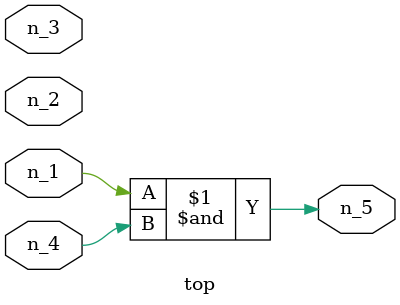
<source format=v>

module top ( 
    n_1, n_2, n_3, n_4,
    n_5  );
  input  n_1, n_2, n_3, n_4;
  output n_5;
  assign n_5 = n_1 & n_4;
endmodule



</source>
